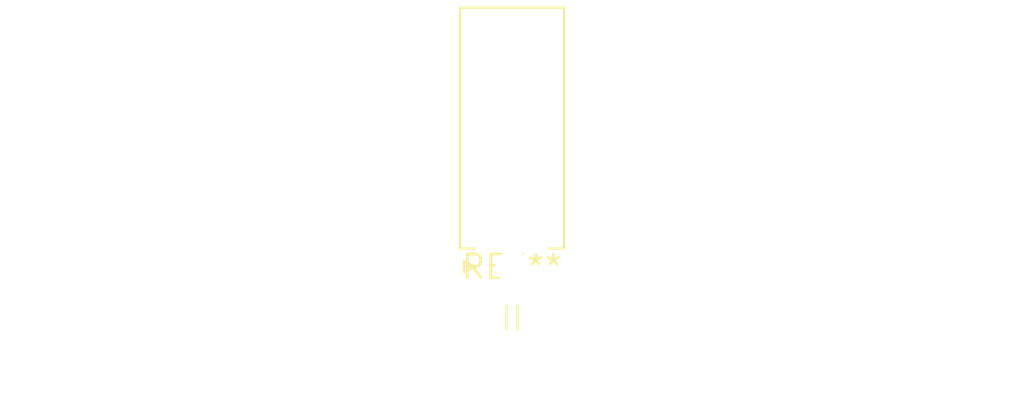
<source format=kicad_pcb>
(kicad_pcb (version 20240108) (generator pcbnew)
  (layers (0 "F.Cu" signal) (31 "B.Cu" signal) (34 "B.Paste" user) (35 "F.Paste" user) (36 "B.SilkS" user "B.Silkscreen") (37 "F.SilkS" user "F.Silkscreen") (38 "B.Mask" user) (39 "F.Mask" user) (44 "Edge.Cuts" user))
  (net 0 "")
  (footprint "Molex_Mini-Fit_Jr_5569-02A2_2x01_P4.20mm_Horizontal" (layer "F.Cu") (at 0 0)
    (property "Reference" "REF**")
    (property "Value" "Molex_Mini-Fit_Jr_5569-02A2_2x01_P4.20mm_Horizontal")
    (fp_line (start -2.81 -14.01) (end 0 -14.01) (layer "F.SilkS") (stroke (width 0.12)))
    (fp_line (start -2.81 -0.99) (end -2.81 -14.01) (layer "F.SilkS") (stroke (width 0.12)))
    (fp_line (start -2.6 -0.3) (end -2 0) (layer "F.SilkS") (stroke (width 0.12)))
    (fp_line (start -2.6 0.3) (end -2.6 -0.3) (layer "F.SilkS") (stroke (width 0.12)))
    (fp_line (start -2 -0.99) (end -2.81 -0.99) (layer "F.SilkS") (stroke (width 0.12)))
    (fp_line (start -2 0) (end -2.6 0.3) (layer "F.SilkS") (stroke (width 0.12)))
    (fp_line (start -0.3 2.11) (end -0.3 3.39) (layer "F.SilkS") (stroke (width 0.12)))
    (fp_line (start 0.3 2.11) (end 0.3 3.39) (layer "F.SilkS") (stroke (width 0.12)))
    (fp_line (start 2 -0.99) (end 2.81 -0.99) (layer "F.SilkS") (stroke (width 0.12)))
    (fp_line (start 2.81 -14.01) (end 0 -14.01) (layer "F.SilkS") (stroke (width 0.12)))
    (fp_line (start 2.81 -0.99) (end 2.81 -14.01) (layer "F.SilkS") (stroke (width 0.12)))
    (pad "" np_thru_hole circle (at 0 -7.3) (size 3 3) (drill 3) (layers *.Cu *.Mask))
    (pad "1" thru_hole roundrect (at 0 0) (size 2.7 3.7) (drill 1.8) (layers *.Cu *.Mask) (remove_unused_layers) (roundrect_rratio 0.092593))
    (pad "2" thru_hole oval (at 0 5.5) (size 2.7 3.7) (drill 1.8) (layers *.Cu *.Mask) (remove_unused_layers))
  )
)
</source>
